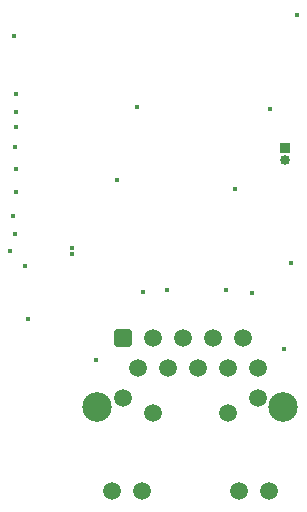
<source format=gbr>
G04 #@! TF.GenerationSoftware,KiCad,Pcbnew,(5.99.0-10539-g7356f9568d)*
G04 #@! TF.CreationDate,2021-06-02T15:47:54+01:00*
G04 #@! TF.ProjectId,CM4IOv5,434d3449-4f76-4352-9e6b-696361645f70,rev?*
G04 #@! TF.SameCoordinates,Original*
G04 #@! TF.FileFunction,Copper,L3,Inr*
G04 #@! TF.FilePolarity,Positive*
%FSLAX46Y46*%
G04 Gerber Fmt 4.6, Leading zero omitted, Abs format (unit mm)*
G04 Created by KiCad (PCBNEW (5.99.0-10539-g7356f9568d)) date 2021-06-02 15:47:54*
%MOMM*%
%LPD*%
G01*
G04 APERTURE LIST*
G04 Aperture macros list*
%AMRoundRect*
0 Rectangle with rounded corners*
0 $1 Rounding radius*
0 $2 $3 $4 $5 $6 $7 $8 $9 X,Y pos of 4 corners*
0 Add a 4 corners polygon primitive as box body*
4,1,4,$2,$3,$4,$5,$6,$7,$8,$9,$2,$3,0*
0 Add four circle primitives for the rounded corners*
1,1,$1+$1,$2,$3*
1,1,$1+$1,$4,$5*
1,1,$1+$1,$6,$7*
1,1,$1+$1,$8,$9*
0 Add four rect primitives between the rounded corners*
20,1,$1+$1,$2,$3,$4,$5,0*
20,1,$1+$1,$4,$5,$6,$7,0*
20,1,$1+$1,$6,$7,$8,$9,0*
20,1,$1+$1,$8,$9,$2,$3,0*%
G04 Aperture macros list end*
G04 #@! TA.AperFunction,ComponentPad*
%ADD10R,0.850000X0.850000*%
G04 #@! TD*
G04 #@! TA.AperFunction,ComponentPad*
%ADD11O,0.850000X0.850000*%
G04 #@! TD*
G04 #@! TA.AperFunction,ComponentPad*
%ADD12RoundRect,0.250500X-0.499500X-0.499500X0.499500X-0.499500X0.499500X0.499500X-0.499500X0.499500X0*%
G04 #@! TD*
G04 #@! TA.AperFunction,ComponentPad*
%ADD13C,1.500000*%
G04 #@! TD*
G04 #@! TA.AperFunction,ComponentPad*
%ADD14C,2.500000*%
G04 #@! TD*
G04 #@! TA.AperFunction,ViaPad*
%ADD15C,0.450000*%
G04 #@! TD*
G04 APERTURE END LIST*
D10*
X124200000Y-100400000D03*
D11*
X124200000Y-101400000D03*
D12*
X110485000Y-116497500D03*
D13*
X111755000Y-119037500D03*
X113025000Y-116497500D03*
X114295000Y-119037500D03*
X115565000Y-116497500D03*
X116835000Y-119037500D03*
X118105000Y-116497500D03*
X119375000Y-119037500D03*
X120645000Y-116497500D03*
X121915000Y-119037500D03*
X110485000Y-121557500D03*
X113025000Y-122827500D03*
X119375000Y-122827500D03*
X121915000Y-121557500D03*
X109570000Y-129447500D03*
X112110000Y-129447500D03*
X120290000Y-129447500D03*
X122830000Y-129447500D03*
D14*
X108325000Y-122337500D03*
X124075000Y-122337500D03*
D15*
X121450000Y-112700000D03*
X124150000Y-117400000D03*
X102200000Y-110400000D03*
X101200000Y-106150000D03*
X108200000Y-118400000D03*
X119175011Y-112400000D03*
X101377101Y-107699704D03*
X112170483Y-112588469D03*
X101270484Y-90920278D03*
X101435806Y-104166129D03*
X109950000Y-103150000D03*
X101200000Y-106150000D03*
X101347273Y-100353306D03*
X101347273Y-100353306D03*
X124700000Y-110150000D03*
X100918000Y-109161016D03*
X111700000Y-96900000D03*
X106200000Y-108900000D03*
X101435806Y-98633871D03*
X125200000Y-89150000D03*
X102450000Y-114900000D03*
X101407690Y-95861537D03*
X101435806Y-102166129D03*
X106200000Y-109400000D03*
X119950000Y-103900000D03*
X122950000Y-97150000D03*
X101450000Y-97400000D03*
X114200000Y-112400000D03*
M02*

</source>
